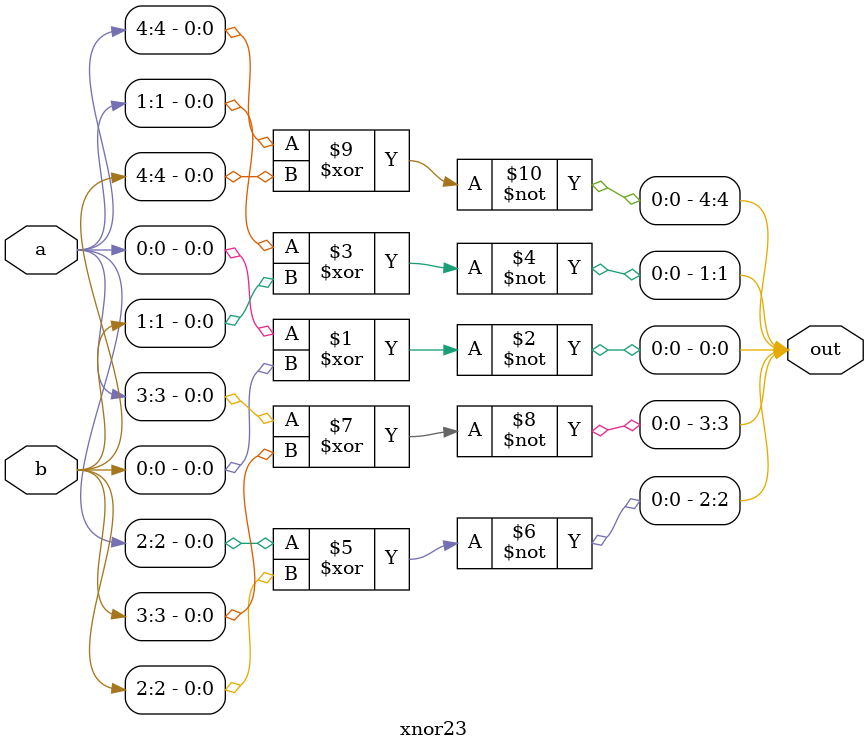
<source format=v>
module xnor23 (
    input wire [4:0] a,
    input wire [4:0] b,
    output wire [4:0] out
);

assign out = ( { ~(a[4] ^ b[4]),~(a[3] ^ b[3]), ~(a[2] ^ b[2]), ~(a[1] ^ b[1]), ~(a[0] ^ b[0])} );

endmodule

</source>
